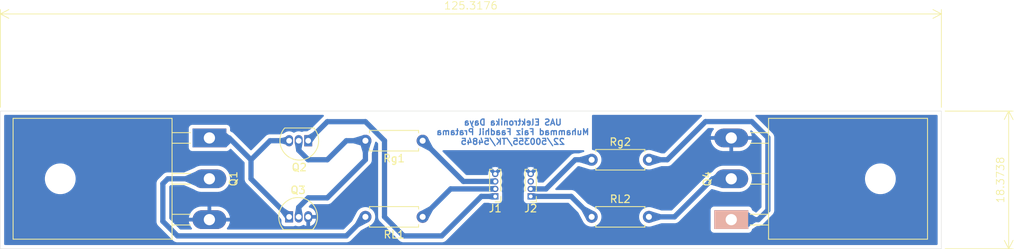
<source format=kicad_pcb>
(kicad_pcb (version 20241229) (generator "pcbnew") (generator_version "9.0")
  (title_block (title "PCB UAS ELEKTRONIKA DAYA 2025") (date "2025-12-19") (rev "-") (company "CV.RONALDOWATI SEJAHTERA") (comment 1 "Bismillah Fix"))
  (layers (0 "F.Cu" signal) (2 "B.Cu" signal) (13 "F.Paste" user) (15 "B.Paste" user) (5 "F.SilkS" user "F.Silkscreen") (7 "B.SilkS" user "B.Silkscreen") (1 "F.Mask" user) (3 "B.Mask" user) (25 "Edge.Cuts" user))
  (net 0 "")
  (net 1 "Vs")
  (net 2 "Vd1")
  (net 3 "GND")
  (net 4 "PWM2")
  (net 5 "PWM1")
  (net 6 "Vd2")
  (net 7 "Net-(Q1-D)")
  (net 8 "Net-(Q1-G)")
  (net 9 "Net-(Q2-B)")
  (net 10 "Net-(Q4-D)")
  (net 11 "Net-(Q4-G)")
  (footprint "Resistor_THT:R_Axial_DIN0207_L6.3mm_D2.5mm_P7.62mm_Horizontal" (layer "F.Cu") (at 144.046479 100.06008 180)
    (property "Reference" "RL1" (at 3.81 -2.37 0) (layer "F.SilkS"))
    (property "Value" "100")
    (fp_line (start 7.08 1.37) (end 7.08 1.04) (stroke (width 0.12)) (layer "F.SilkS"))
    (fp_line (start 7.08 -1.37) (end 7.08 -1.04) (stroke (width 0.12)) (layer "F.SilkS"))
    (fp_line (start 0.54 1.37) (end 7.08 1.37) (stroke (width 0.12)) (layer "F.SilkS"))
    (fp_line (start 0.54 1.04) (end 0.54 1.37) (stroke (width 0.12)) (layer "F.SilkS"))
    (fp_line (start 0.54 -1.04) (end 0.54 -1.37) (stroke (width 0.12)) (layer "F.SilkS"))
    (fp_line (start 0.54 -1.37) (end 7.08 -1.37) (stroke (width 0.12)) (layer "F.SilkS"))
    (pad "1" thru_hole circle (at 0 0 180) (size 1.6 1.6) (drill 0.8) (layers "*.Cu" "*.Mask") (net 1 "Vs"))
    (pad "2" thru_hole circle (at 7.62 0 180) (size 1.6 1.6) (drill 0.8) (layers "*.Cu" "*.Mask") (net 7 "Net-(Q1-D)"))
  )
  (footprint "Connector_PinHeader_1.00mm:PinHeader_1x04_P1.00mm_Vertical" (layer "F.Cu") (at 153.709754 97.330925 180)
    (property "Reference" "J1" (at 0 -1.61 0) (layer "F.SilkS"))
    (property "Value" "Conn_01x04_Pin" (hide yes))
    (fp_line (start 0.745 0.735) (end 0.745 3.61) (stroke (width 0.12)) (layer "F.SilkS"))
    (fp_line (start 0.685565 0.735) (end 0.745 0.735) (stroke (width 0.12)) (layer "F.SilkS"))
    (fp_line (start 0.41003 3.61) (end 0.745 3.61) (stroke (width 0.12)) (layer "F.SilkS"))
    (fp_line (start -0.745 3.61) (end -0.41003 3.61) (stroke (width 0.12)) (layer "F.SilkS"))
    (fp_line (start -0.745 0.735) (end -0.685565 0.735) (stroke (width 0.12)) (layer "F.SilkS"))
    (fp_line (start -0.745 0.735) (end -0.745 3.61) (stroke (width 0.12)) (layer "F.SilkS"))
    (fp_line (start -0.745 0) (end -0.745 -0.735) (stroke (width 0.12)) (layer "F.SilkS"))
    (fp_line (start -0.745 -0.735) (end 0 -0.735) (stroke (width 0.12)) (layer "F.SilkS"))
    (pad "1" thru_hole rect (at 0 0 180) (size 0.85 0.85) (drill 0.5) (layers "*.Cu" "*.Mask") (net 2 "Vd1"))
    (pad "2" thru_hole circle (at 0 1 180) (size 0.85 0.85) (drill 0.5) (layers "*.Cu" "*.Mask") (net 1 "Vs"))
    (pad "3" thru_hole circle (at 0 2 180) (size 0.85 0.85) (drill 0.5) (layers "*.Cu" "*.Mask") (net 4 "PWM2"))
    (pad "4" thru_hole circle (at 0 3 180) (size 0.85 0.85) (drill 0.5) (layers "*.Cu" "*.Mask") (net 3 "GND"))
  )
  (footprint "Resistor_THT:R_Axial_DIN0207_L6.3mm_D2.5mm_P7.62mm_Horizontal" (layer "F.Cu") (at 166.556479 100.06008)
    (property "Reference" "RL2" (at 3.81 -2.37 0) (layer "F.SilkS"))
    (property "Value" "100")
    (fp_line (start 0.54 -1.37) (end 7.08 -1.37) (stroke (width 0.12)) (layer "F.SilkS"))
    (fp_line (start 0.54 -1.04) (end 0.54 -1.37) (stroke (width 0.12)) (layer "F.SilkS"))
    (fp_line (start 0.54 1.04) (end 0.54 1.37) (stroke (width 0.12)) (layer "F.SilkS"))
    (fp_line (start 0.54 1.37) (end 7.08 1.37) (stroke (width 0.12)) (layer "F.SilkS"))
    (fp_line (start 7.08 -1.37) (end 7.08 -1.04) (stroke (width 0.12)) (layer "F.SilkS"))
    (fp_line (start 7.08 1.37) (end 7.08 1.04) (stroke (width 0.12)) (layer "F.SilkS"))
    (pad "1" thru_hole circle (at 0 0) (size 1.6 1.6) (drill 0.8) (layers "*.Cu" "*.Mask") (net 6 "Vd2"))
    (pad "2" thru_hole circle (at 7.62 0) (size 1.6 1.6) (drill 0.8) (layers "*.Cu" "*.Mask") (net 10 "Net-(Q4-D)"))
  )
  (footprint "Connector_PinHeader_1.00mm:PinHeader_1x04_P1.00mm_Vertical" (layer "F.Cu") (at 158.439754 97.330925 180)
    (property "Reference" "J2" (at 0 -1.61 0) (layer "F.SilkS"))
    (property "Value" "Conn_01x04_Pin" (hide yes))
    (fp_line (start 0.745 0.735) (end 0.745 3.61) (stroke (width 0.12)) (layer "F.SilkS"))
    (fp_line (start 0.685565 0.735) (end 0.745 0.735) (stroke (width 0.12)) (layer "F.SilkS"))
    (fp_line (start 0.41003 3.61) (end 0.745 3.61) (stroke (width 0.12)) (layer "F.SilkS"))
    (fp_line (start -0.745 3.61) (end -0.41003 3.61) (stroke (width 0.12)) (layer "F.SilkS"))
    (fp_line (start -0.745 0.735) (end -0.685565 0.735) (stroke (width 0.12)) (layer "F.SilkS"))
    (fp_line (start -0.745 0.735) (end -0.745 3.61) (stroke (width 0.12)) (layer "F.SilkS"))
    (fp_line (start -0.745 0) (end -0.745 -0.735) (stroke (width 0.12)) (layer "F.SilkS"))
    (fp_line (start -0.745 -0.735) (end 0 -0.735) (stroke (width 0.12)) (layer "F.SilkS"))
    (pad "1" thru_hole rect (at 0 0 180) (size 0.85 0.85) (drill 0.5) (layers "*.Cu" "*.Mask") (net 6 "Vd2"))
    (pad "2" thru_hole circle (at 0 1 180) (size 0.85 0.85) (drill 0.5) (layers "*.Cu" "*.Mask") (net 5 "PWM1"))
    (pad "3" thru_hole circle (at 0 2 180) (size 0.85 0.85) (drill 0.5) (layers "*.Cu" "*.Mask") (net 3 "GND"))
    (pad "4" thru_hole circle (at 0 3 180) (size 0.85 0.85) (drill 0.5) (layers "*.Cu" "*.Mask") (net 3 "GND"))
  )
  (footprint "Package_TO_SOT_THT:TO-247-3_Horizontal_TabUp" (layer "F.Cu") (at 115.646479 89.53008 -90)
    (property "Reference" "Q1" (at 5.45 -3.2 90) (layer "F.SilkS"))
    (property "Value" "NMOS")
    (fp_line (start -2.61 26.14) (end 13.51 26.14) (stroke (width 0.12)) (layer "F.SilkS"))
    (fp_line (start -2.61 4.97) (end -2.61 26.14) (stroke (width 0.12)) (layer "F.SilkS"))
    (fp_line (start -2.61 4.97) (end 13.51 4.97) (stroke (width 0.12)) (layer "F.SilkS"))
    (fp_line (start -0.71 4.97) (end -0.71 2.51) (stroke (width 0.12)) (layer "F.SilkS"))
    (fp_line (start 0.71 4.97) (end 0.71 2.51) (stroke (width 0.12)) (layer "F.SilkS"))
    (fp_line (start 4.74 4.97) (end 4.74 2.51) (stroke (width 0.12)) (layer "F.SilkS"))
    (fp_line (start 6.16 4.97) (end 6.16 2.51) (stroke (width 0.12)) (layer "F.SilkS"))
    (fp_line (start 10.19 4.97) (end 10.19 2.51) (stroke (width 0.12)) (layer "F.SilkS"))
    (fp_line (start 11.61 4.97) (end 11.61 2.51) (stroke (width 0.12)) (layer "F.SilkS"))
    (fp_line (start 13.51 4.97) (end 13.51 26.14) (stroke (width 0.12)) (layer "F.SilkS"))
    (pad "" np_thru_hole circle (at 5.45 19.86 270) (size 3.6 3.6) (drill 3.6) (layers "*.Cu" "*.Mask"))
    (pad "1" thru_hole rect (at 0 0 270) (size 2.5 4.5) (drill 1.5) (layers "*.Cu" "*.Mask") (net 8 "Net-(Q1-G)"))
    (pad "2" thru_hole oval (at 5.45 0 270) (size 2.5 4.5) (drill 1.5) (layers "*.Cu" "*.Mask") (net 7 "Net-(Q1-D)"))
    (pad "3" thru_hole oval (at 10.9 0 270) (size 2.5 4.5) (drill 1.5) (layers "*.Cu" "*.Mask") (net 3 "GND"))
  )
  (footprint "Package_TO_SOT_THT:TO-247-3_Horizontal_TabUp" (layer "F.Cu") (at 185.146479 100.43008 90)
    (property "Reference" "Q4" (at 5.45 -3.2 90) (layer "F.SilkS"))
    (property "Value" "NMOS")
    (fp_line (start 13.51 4.97) (end 13.51 26.14) (stroke (width 0.12)) (layer "F.SilkS"))
    (fp_line (start 11.61 4.97) (end 11.61 2.51) (stroke (width 0.12)) (layer "F.SilkS"))
    (fp_line (start 10.19 4.97) (end 10.19 2.51) (stroke (width 0.12)) (layer "F.SilkS"))
    (fp_line (start 6.16 4.97) (end 6.16 2.51) (stroke (width 0.12)) (layer "F.SilkS"))
    (fp_line (start 4.74 4.97) (end 4.74 2.51) (stroke (width 0.12)) (layer "F.SilkS"))
    (fp_line (start 0.71 4.97) (end 0.71 2.51) (stroke (width 0.12)) (layer "F.SilkS"))
    (fp_line (start -0.71 4.97) (end -0.71 2.51) (stroke (width 0.12)) (layer "F.SilkS"))
    (fp_line (start -2.61 4.97) (end 13.51 4.97) (stroke (width 0.12)) (layer "F.SilkS"))
    (fp_line (start -2.61 4.97) (end -2.61 26.14) (stroke (width 0.12)) (layer "F.SilkS"))
    (fp_line (start -2.61 26.14) (end 13.51 26.14) (stroke (width 0.12)) (layer "F.SilkS"))
    (pad "" np_thru_hole circle (at 5.45 19.86 90) (size 3.6 3.6) (drill 3.6) (layers "*.Cu" "*.Mask"))
    (pad "1" thru_hole rect (at 0 0 90) (size 2.5 4.5) (drill 1.5) (layers "*.Cu" "*.Mask" "B.SilkS") (net 11 "Net-(Q4-G)"))
    (pad "2" thru_hole oval (at 5.45 0 90) (size 2.5 4.5) (drill 1.5) (layers "*.Cu" "*.Mask") (net 10 "Net-(Q4-D)"))
    (pad "3" thru_hole oval (at 10.9 0 90) (size 2.5 4.5) (drill 1.5) (layers "*.Cu" "*.Mask") (net 3 "GND"))
  )
  (footprint "Resistor_THT:R_Axial_DIN0207_L6.3mm_D2.5mm_P7.62mm_Horizontal" (layer "F.Cu") (at 144.046479 89.90008 180)
    (property "Reference" "Rg1" (at 3.81 -2.37 0) (layer "F.SilkS"))
    (property "Value" "100")
    (fp_line (start 7.08 1.37) (end 7.08 1.04) (stroke (width 0.12)) (layer "F.SilkS"))
    (fp_line (start 7.08 -1.37) (end 7.08 -1.04) (stroke (width 0.12)) (layer "F.SilkS"))
    (fp_line (start 0.54 1.37) (end 7.08 1.37) (stroke (width 0.12)) (layer "F.SilkS"))
    (fp_line (start 0.54 1.04) (end 0.54 1.37) (stroke (width 0.12)) (layer "F.SilkS"))
    (fp_line (start 0.54 -1.04) (end 0.54 -1.37) (stroke (width 0.12)) (layer "F.SilkS"))
    (fp_line (start 0.54 -1.37) (end 7.08 -1.37) (stroke (width 0.12)) (layer "F.SilkS"))
    (pad "1" thru_hole circle (at 0 0 180) (size 1.6 1.6) (drill 0.8) (layers "*.Cu" "*.Mask") (net 4 "PWM2"))
    (pad "2" thru_hole circle (at 7.62 0 180) (size 1.6 1.6) (drill 0.8) (layers "*.Cu" "*.Mask") (net 9 "Net-(Q2-B)"))
  )
  (footprint "Package_TO_SOT_THT:TO-92L_Inline" (layer "F.Cu") (at 128.806479 89.90008 180)
    (property "Reference" "Q2" (at 1.19 -3.56 0) (layer "F.SilkS"))
    (property "Value" "NPN")
    (fp_line (start -0.75 1.7) (end 3.1 1.7) (stroke (width 0.12)) (layer "F.SilkS"))
    (fp_arc (start -0.75 1.7) (mid 1.183448 -2.579449) (end 3.138611 1.690122) (stroke (width 0.12)) (layer "F.SilkS"))
    (pad "1" thru_hole rect (at 0 0 180) (size 1.05 1.5) (drill 0.75) (layers "*.Cu" "*.Mask") (net 2 "Vd1"))
    (pad "2" thru_hole oval (at 1.27 0 180) (size 1.05 1.5) (drill 0.75) (layers "*.Cu" "*.Mask") (net 9 "Net-(Q2-B)"))
    (pad "3" thru_hole oval (at 2.54 0 180) (size 1.05 1.5) (drill 0.75) (layers "*.Cu" "*.Mask") (net 8 "Net-(Q1-G)"))
  )
  (footprint "Resistor_THT:R_Axial_DIN0207_L6.3mm_D2.5mm_P7.62mm_Horizontal" (layer "F.Cu") (at 166.556479 92.44008)
    (property "Reference" "Rg2" (at 3.81 -2.37 0) (layer "F.SilkS"))
    (property "Value" "100")
    (fp_line (start 0.54 -1.37) (end 7.08 -1.37) (stroke (width 0.12)) (layer "F.SilkS"))
    (fp_line (start 0.54 -1.04) (end 0.54 -1.37) (stroke (width 0.12)) (layer "F.SilkS"))
    (fp_line (start 0.54 1.04) (end 0.54 1.37) (stroke (width 0.12)) (layer "F.SilkS"))
    (fp_line (start 0.54 1.37) (end 7.08 1.37) (stroke (width 0.12)) (layer "F.SilkS"))
    (fp_line (start 7.08 -1.37) (end 7.08 -1.04) (stroke (width 0.12)) (layer "F.SilkS"))
    (fp_line (start 7.08 1.37) (end 7.08 1.04) (stroke (width 0.12)) (layer "F.SilkS"))
    (pad "1" thru_hole circle (at 0 0) (size 1.6 1.6) (drill 0.8) (layers "*.Cu" "*.Mask") (net 5 "PWM1"))
    (pad "2" thru_hole circle (at 7.62 0) (size 1.6 1.6) (drill 0.8) (layers "*.Cu" "*.Mask") (net 11 "Net-(Q4-G)"))
  )
  (footprint "Package_TO_SOT_THT:TO-92L_Inline" (layer "F.Cu") (at 126.266479 100.06008)
    (property "Reference" "Q3" (at 1.19 -3.56 0) (layer "F.SilkS"))
    (property "Value" "PNP")
    (fp_line (start -0.75 1.7) (end 3.1 1.7) (stroke (width 0.12)) (layer "F.SilkS"))
    (fp_arc (start -0.75 1.7) (mid 1.183448 -2.579449) (end 3.138611 1.690122) (stroke (width 0.12)) (layer "F.SilkS"))
    (pad "1" thru_hole rect (at 0 0) (size 1.05 1.5) (drill 0.75) (layers "*.Cu" "*.Mask") (net 8 "Net-(Q1-G)"))
    (pad "2" thru_hole oval (at 1.27 0) (size 1.05 1.5) (drill 0.75) (layers "*.Cu" "*.Mask") (net 9 "Net-(Q2-B)"))
    (pad "3" thru_hole oval (at 2.54 0) (size 1.05 1.5) (drill 0.75) (layers "*.Cu" "*.Mask") (net 3 "GND"))
  )
  (gr_rect (start 87.809694 85.947151) (end 213.129818 104.320356) (stroke (width 0.05)) (fill no) (layer "Edge.Cuts"))
  (gr_text "UAS Elektronika Daya\nMuhammad Faiz Faadhil Pratama\n22/500355/TK/54845" (at 156.047993 88.735026 0) (layer "B.Cu") (effects (font (size 0.8 0.8) (thickness 0.16) (bold yes)) (justify mirror)))
  (dimension (type orthogonal) (layer "F.SilkS") (pts (xy 87.809694 85.947151) (xy 213.127336 85.947151)) (height -12.965099) (orientation 0) (format (prefix "") (suffix "") (units 3) (units_format 0) (precision 4) (suppress_zeroes yes)) (style (thickness 0.1) (arrow_length 1.27) (text_position_mode 0) (arrow_direction outward) (extension_height 0.58642) (extension_offset 0.5) (keep_text_aligned yes)) (gr_text "125,3176" (at 150.468515 71.882052 0) (layer "F.SilkS") (effects (font (size 1 1) (thickness 0.1)))))
  (dimension (type orthogonal) (layer "F.SilkS") (pts (xy 213.129818 85.947151) (xy 213.127605 104.320921)) (height 8.962969) (orientation 1) (format (prefix "") (suffix "") (units 3) (units_format 0) (precision 4) (suppress_zeroes yes)) (style (thickness 0.1) (arrow_length 1.27) (text_position_mode 0) (arrow_direction outward) (extension_height 0.58642) (extension_offset 0.5) (keep_text_aligned yes)) (gr_text "18,3738" (at 220.992787 95.134036 90) (layer "F.SilkS") (effects (font (size 1 1) (thickness 0.1)))))
  (segment (start 144.046479 100.06008) (end 147.775634 96.330925) (width 0.7) (layer "B.Cu") (net 1))
  (segment (start 147.775634 96.330925) (end 153.709754 96.330925) (width 0.7) (layer "B.Cu") (net 1))
  (segment (start 151.855634 97.330925) (end 153.709754 97.330925) (width 0.7) (layer "B.Cu") (net 2))
  (segment (start 138.966479 89.90008) (end 138.966479 100.06008) (width 0.7) (layer "B.Cu") (net 2))
  (segment (start 141.506479 102.60008) (end 146.586479 102.60008) (width 0.7) (layer "B.Cu") (net 2))
  (segment (start 146.586479 102.60008) (end 151.855634 97.330925) (width 0.7) (layer "B.Cu") (net 2))
  (segment (start 128.806479 89.90008) (end 131.346479 87.36008) (width 0.7) (layer "B.Cu") (net 2))
  (segment (start 131.346479 87.36008) (end 136.426479 87.36008) (width 0.7) (layer "B.Cu") (net 2))
  (segment (start 136.426479 87.36008) (end 138.966479 89.90008) (width 0.7) (layer "B.Cu") (net 2))
  (segment (start 138.966479 100.06008) (end 141.506479 102.60008) (width 0.7) (layer "B.Cu") (net 2))
  (segment (start 149.477324 95.330925) (end 153.709754 95.330925) (width 0.7) (layer "B.Cu") (net 4))
  (segment (start 144.046479 89.90008) (end 149.477324 95.330925) (width 0.7) (layer "B.Cu") (net 4))
  (segment (start 164.366479 92.44008) (end 160.475634 96.330925) (width 0.7) (layer "B.Cu") (net 5))
  (segment (start 164.366479 92.44008) (end 166.556479 92.44008) (width 0.7) (layer "B.Cu") (net 5))
  (segment (start 160.475634 96.330925) (end 158.439754 96.330925) (width 0.7) (layer "B.Cu") (net 5))
  (segment (start 166.556479 100.06008) (end 163.827324 97.330925) (width 0.7) (layer "B.Cu") (net 6))
  (segment (start 163.827324 97.330925) (end 158.439754 97.330925) (width 0.7) (layer "B.Cu") (net 6))
  (segment (start 110.1014 94.98008) (end 115.646479 94.98008) (width 0.7) (layer "B.Cu") (net 7))
  (segment (start 109.447796 95.633684) (end 110.1014 94.98008) (width 0.7) (layer "B.Cu") (net 7))
  (segment (start 109.447796 100.653397) (end 109.447796 95.633684) (width 0.7) (layer "B.Cu") (net 7))
  (segment (start 111.394479 102.60008) (end 109.447796 100.653397) (width 0.7) (layer "B.Cu") (net 7))
  (segment (start 133.886479 102.60008) (end 111.394479 102.60008) (width 0.7) (layer "B.Cu") (net 7))
  (segment (start 136.426479 100.06008) (end 133.886479 102.60008) (width 0.7) (layer "B.Cu") (net 7))
  (segment (start 126.266479 89.90008) (end 123.726479 89.90008) (width 0.7) (layer "B.Cu") (net 8))
  (segment (start 121.186479 92.44008) (end 121.186479 94.98008) (width 0.7) (layer "B.Cu") (net 8))
  (segment (start 121.186479 92.44008) (end 118.276479 89.53008) (width 0.7) (layer "B.Cu") (net 8))
  (segment (start 121.186479 94.98008) (end 126.266479 100.06008) (width 0.7) (layer "B.Cu") (net 8))
  (segment (start 118.276479 89.53008) (end 115.646479 89.53008) (width 0.7) (layer "B.Cu") (net 8))
  (segment (start 123.726479 89.90008) (end 121.186479 92.44008) (width 0.7) (layer "B.Cu") (net 8))
  (segment (start 127.536479 91.17008) (end 127.536479 89.90008) (width 0.7) (layer "B.Cu") (net 9))
  (segment (start 133.886479 89.90008) (end 131.346479 92.44008) (width 0.7) (layer "B.Cu") (net 9))
  (segment (start 131.346479 92.44008) (end 128.806479 92.44008) (width 0.7) (layer "B.Cu") (net 9))
  (segment (start 136.426479 92.44008) (end 131.346479 97.52008) (width 0.7) (layer "B.Cu") (net 9))
  (segment (start 136.426479 89.90008) (end 136.426479 92.44008) (width 0.7) (layer "B.Cu") (net 9))
  (segment (start 128.806479 97.52008) (end 127.536479 98.79008) (width 0.7) (layer "B.Cu") (net 9))
  (segment (start 128.806479 92.44008) (end 127.536479 91.17008) (width 0.7) (layer "B.Cu") (net 9))
  (segment (start 127.536479 98.79008) (end 127.536479 100.06008) (width 0.7) (layer "B.Cu") (net 9))
  (segment (start 131.346479 97.52008) (end 128.806479 97.52008) (width 0.7) (layer "B.Cu") (net 9))
  (segment (start 136.426479 89.90008) (end 133.886479 89.90008) (width 0.7) (layer "B.Cu") (net 9))
  (segment (start 177.588132 100.06008) (end 182.668132 94.98008) (width 0.7) (layer "B.Cu") (net 10))
  (segment (start 174.176479 100.06008) (end 177.588132 100.06008) (width 0.7) (layer "B.Cu") (net 10))
  (segment (start 182.668132 94.98008) (end 185.146479 94.98008) (width 0.7) (layer "B.Cu") (net 10))
  (segment (start 190.023824 99.159143) (end 188.752887 100.43008) (width 0.7) (layer "B.Cu") (net 11))
  (segment (start 181.712586 87.352526) (end 187.887758 87.352526) (width 0.7) (layer "B.Cu") (net 11))
  (segment (start 190.023824 89.488592) (end 190.023824 99.159143) (width 0.7) (layer "B.Cu") (net 11))
  (segment (start 187.887758 87.352526) (end 190.023824 89.488592) (width 0.7) (layer "B.Cu") (net 11))
  (segment (start 188.752887 100.43008) (end 185.146479 100.43008) (width 0.7) (layer "B.Cu") (net 11))
  (segment (start 184.776479 100.06008) (end 185.146479 100.43008) (width 0.7) (layer "B.Cu") (net 11))
  (segment (start 176.625032 92.44008) (end 181.712586 87.352526) (width 0.7) (layer "B.Cu") (net 11))
  (segment (start 174.176479 92.44008) (end 176.625032 92.44008) (width 0.7) (layer "B.Cu") (net 11))
  (zone (net 3) (net_name "GND") (layer "B.Cu") (priority 1) (connect_pads (clearance 0.5)) (min_thickness 0.25) (fill yes (thermal_gap 0.5) (thermal_bridge_width 0.5))
    (polygon (pts (xy 87.812788 85.948276) (xy 213.127336 85.948925) (xy 213.127605 104.320921) (xy 87.814418 104.316522) (xy 87.812779 85.9483)))
  )
)
</source>
